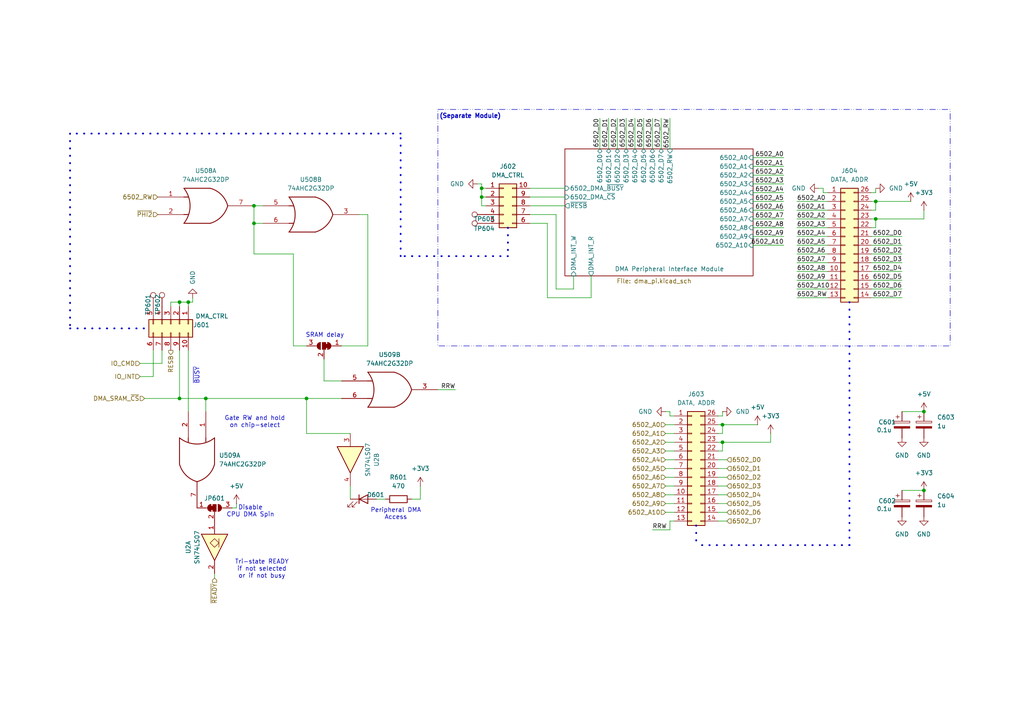
<source format=kicad_sch>
(kicad_sch (version 20250114) (generator "eeschema") (generator_version "9.0")
  (paper "A4")
  (title_block (title "65c02 Homebrew") (rev "Prelim") (company "Joseph R. Freeston") (comment 2 "https://github.com/snorklerjoe/useful6502") (comment 4 "A 65c02-based computer with peripheral i/o offloaded to a PIC16 microcontroller."))
  (lib_symbols
    (symbol "74xGxx:74LVC2G32"
      (property "Reference" "U" (at -7.62 7.62 0))
      (property "Value" "74LVC2G32" (at -7.62 -7.62 0))
      (symbol "74LVC2G32_1_1"
        (arc (start -7.62 5.08) (mid -5.838 0) (end -7.62 -5.08) (stroke (width 0.254)))
        (polyline (pts (xy -7.62 2.54) (xy -6.35 2.54)) (stroke (width 0.254)) (fill (type background)))
        (polyline (pts (xy -7.62 -2.54) (xy -6.35 -2.54)) (stroke (width 0.254)) (fill (type background)))
        (arc (start 5.08 0) (mid 3.202 -3.202) (end 0 -5.08) (stroke (width 0.254)))
        (arc (start 0 5.08) (mid 3.2271 3.2271) (end 5.08 0) (stroke (width 0.254)))
        (polyline (pts (xy 0 5.08) (xy -7.62 5.08)) (stroke (width 0.254)) (fill (type background)))
        (polyline (pts (xy 0 -5.08) (xy -7.62 -5.08)) (stroke (width 0.254)) (fill (type background)))
        (pin input line (at -15.24 2.54 0) (length 7.62) (name "~") (number "1"))
        (pin input line (at -15.24 -2.54 0) (length 7.62) (name "~") (number "2"))
        (pin output line (at 12.7 0 180) (length 7.62) (name "~") (number "7"))
      )
      (symbol "74LVC2G32_2_1"
        (arc (start -7.62 5.08) (mid -5.838 0) (end -7.62 -5.08) (stroke (width 0.254)))
        (polyline (pts (xy -7.62 2.54) (xy -6.35 2.54)) (stroke (width 0.254)) (fill (type background)))
        (polyline (pts (xy -7.62 -2.54) (xy -6.35 -2.54)) (stroke (width 0.254)) (fill (type background)))
        (arc (start 5.08 0) (mid 3.202 -3.202) (end 0 -5.08) (stroke (width 0.254)))
        (arc (start 0 5.08) (mid 3.2271 3.2271) (end 5.08 0) (stroke (width 0.254)))
        (polyline (pts (xy 0 5.08) (xy -7.62 5.08)) (stroke (width 0.254)) (fill (type background)))
        (polyline (pts (xy 0 -5.08) (xy -7.62 -5.08)) (stroke (width 0.254)) (fill (type background)))
        (pin input line (at -15.24 2.54 0) (length 7.62) (name "~") (number "5"))
        (pin input line (at -15.24 -2.54 0) (length 7.62) (name "~") (number "6"))
        (pin output line (at 12.7 0 180) (length 7.62) (name "~") (number "3"))
      )
      (symbol "74LVC2G32_3_0"
        (rectangle (start -5.08 -5.08) (end 5.08 5.08) (stroke (width 0.254)) (fill (type background)))
      )
      (symbol "74LVC2G32_3_1"
        (pin power_in line (at 0 10.16 270) (length 5.08) (name "VCC") (number "8"))
        (pin power_in line (at 0 -10.16 90) (length 5.08) (name "GND") (number "4"))
      )
    )
    (symbol "74xx:SN74LS07" (pin_names (offset 1.016))
      (property "Reference" "U104" (at 0 7.62 0))
      (property "Value" "SN74LS07" (at 0 5.08 0))
      (symbol "SN74LS07_1_0"
        (polyline (pts (xy -3.81 3.81) (xy -3.81 -3.81) (xy 3.81 0) (xy -3.81 3.81)) (stroke (width 0.254)) (fill (type background)))
        (pin input line (at -7.62 0 0) (length 3.81) (name "~") (number "1"))
        (pin open_collector line (at 7.62 0 180) (length 3.81) (name "~") (number "2"))
      )
      (symbol "SN74LS07_1_1"
        (polyline (pts (xy -2.54 -1.27) (xy 0 -1.27)))
        (polyline (pts (xy -1.27 1.27) (xy 0 0) (xy -1.27 -1.27) (xy -2.54 0) (xy -1.27 1.27)))
      )
      (symbol "SN74LS07_2_0"
        (polyline (pts (xy -3.81 3.81) (xy -3.81 -3.81) (xy 3.81 0) (xy -3.81 3.81)) (stroke (width 0.254)) (fill (type background)))
        (pin input line (at -7.62 0 0) (length 3.81) (name "~") (number "3"))
        (pin open_collector line (at 7.62 0 180) (length 3.81) (name "~") (number "4"))
      )
      (symbol "SN74LS07_3_0"
        (polyline (pts (xy -3.81 3.81) (xy -3.81 -3.81) (xy 3.81 0) (xy -3.81 3.81)) (stroke (width 0.254)) (fill (type background)))
        (pin input line (at -7.62 0 0) (length 3.81) (name "~") (number "5"))
        (pin open_collector line (at 7.62 0 180) (length 3.81) (name "~") (number "6"))
      )
      (symbol "SN74LS07_3_1"
        (polyline (pts (xy -2.54 -1.27) (xy 0 -1.27)))
        (polyline (pts (xy -1.27 1.27) (xy 0 0) (xy -1.27 -1.27) (xy -2.54 0) (xy -1.27 1.27)))
      )
      (symbol "SN74LS07_4_0"
        (polyline (pts (xy -3.81 3.81) (xy -3.81 -3.81) (xy 3.81 0) (xy -3.81 3.81)) (stroke (width 0.254)) (fill (type background)))
        (pin input line (at -7.62 0 0) (length 3.81) (name "~") (number "9"))
        (pin open_collector line (at 7.62 0 180) (length 3.81) (name "~") (number "8"))
      )
      (symbol "SN74LS07_4_1"
        (polyline (pts (xy -2.54 -1.27) (xy 0 -1.27)))
        (polyline (pts (xy -1.27 1.27) (xy 0 0) (xy -1.27 -1.27) (xy -2.54 0) (xy -1.27 1.27)))
      )
      (symbol "SN74LS07_5_0"
        (polyline (pts (xy -3.81 3.81) (xy -3.81 -3.81) (xy 3.81 0) (xy -3.81 3.81)) (stroke (width 0.254)) (fill (type background)))
        (pin input line (at -7.62 0 0) (length 3.81) (name "~") (number "11"))
        (pin open_collector line (at 7.62 0 180) (length 3.81) (name "~") (number "10"))
      )
      (symbol "SN74LS07_5_1"
        (polyline (pts (xy -2.54 -1.27) (xy 0 -1.27)))
        (polyline (pts (xy -1.27 1.27) (xy 0 0) (xy -1.27 -1.27) (xy -2.54 0) (xy -1.27 1.27)))
      )
      (symbol "SN74LS07_6_0"
        (polyline (pts (xy -3.81 3.81) (xy -3.81 -3.81) (xy 3.81 0) (xy -3.81 3.81)) (stroke (width 0.254)) (fill (type background)))
        (pin input line (at -7.62 0 0) (length 3.81) (name "~") (number "13"))
        (pin open_collector line (at 7.62 0 180) (length 3.81) (name "~") (number "12"))
      )
      (symbol "SN74LS07_6_1"
        (polyline (pts (xy -2.54 -1.27) (xy 0 -1.27)))
        (polyline (pts (xy -1.27 1.27) (xy 0 0) (xy -1.27 -1.27) (xy -2.54 0) (xy -1.27 1.27)))
      )
      (symbol "SN74LS07_7_0"
        (pin power_in line (at 0 12.7 270) (length 5.08) (name "VCC") (number "14"))
        (pin power_in line (at 0 -12.7 90) (length 5.08) (name "GND") (number "7"))
      )
      (symbol "SN74LS07_7_1"
        (rectangle (start -5.08 7.62) (end 5.08 -7.62) (stroke (width 0.254)) (fill (type background)))
      )
    )
    (symbol "Connector:TestPoint" (pin_numbers (hide yes)) (pin_names (offset 0.762) (hide yes))
      (property "Reference" "TP" (at 0 6.858 0))
      (property "Value" "TestPoint" (at 0 5.08 0))
      (symbol "TestPoint_0_1"
        (circle (center 0 3.302) (radius 0.762))
      )
      (symbol "TestPoint_1_1"
        (pin passive line (at 0 0 90) (length 2.54) (name "1") (number "1"))
      )
    )
    (symbol "Connector_Generic:Conn_02x05_Counter_Clockwise" (pin_names (offset 1.016) (hide yes))
      (property "Reference" "J" (at 1.27 7.62 0))
      (property "Value" "Conn_02x05_Counter_Clockwise" (at 1.27 -7.62 0))
      (symbol "Conn_02x05_Counter_Clockwise_1_1"
        (rectangle (start -1.27 6.35) (end 3.81 -6.35) (stroke (width 0.254)) (fill (type background)))
        (rectangle (start -1.27 5.207) (end 0 4.953) (stroke (width 0.1524)))
        (rectangle (start -1.27 2.667) (end 0 2.413) (stroke (width 0.1524)))
        (rectangle (start -1.27 0.127) (end 0 -0.127) (stroke (width 0.1524)))
        (rectangle (start -1.27 -2.413) (end 0 -2.667) (stroke (width 0.1524)))
        (rectangle (start -1.27 -4.953) (end 0 -5.207) (stroke (width 0.1524)))
        (rectangle (start 3.81 5.207) (end 2.54 4.953) (stroke (width 0.1524)))
        (rectangle (start 3.81 2.667) (end 2.54 2.413) (stroke (width 0.1524)))
        (rectangle (start 3.81 0.127) (end 2.54 -0.127) (stroke (width 0.1524)))
        (rectangle (start 3.81 -2.413) (end 2.54 -2.667) (stroke (width 0.1524)))
        (rectangle (start 3.81 -4.953) (end 2.54 -5.207) (stroke (width 0.1524)))
        (pin passive line (at -5.08 5.08 0) (length 3.81) (name "Pin_1") (number "1"))
        (pin passive line (at -5.08 2.54 0) (length 3.81) (name "Pin_2") (number "2"))
        (pin passive line (at -5.08 0 0) (length 3.81) (name "Pin_3") (number "3"))
        (pin passive line (at -5.08 -2.54 0) (length 3.81) (name "Pin_4") (number "4"))
        (pin passive line (at -5.08 -5.08 0) (length 3.81) (name "Pin_5") (number "5"))
        (pin passive line (at 7.62 5.08 180) (length 3.81) (name "Pin_10") (number "10"))
        (pin passive line (at 7.62 2.54 180) (length 3.81) (name "Pin_9") (number "9"))
        (pin passive line (at 7.62 0 180) (length 3.81) (name "Pin_8") (number "8"))
        (pin passive line (at 7.62 -2.54 180) (length 3.81) (name "Pin_7") (number "7"))
        (pin passive line (at 7.62 -5.08 180) (length 3.81) (name "Pin_6") (number "6"))
      )
    )
    (symbol "Connector_Generic:Conn_02x13_Counter_Clockwise" (pin_names (offset 1.016) (hide yes))
      (property "Reference" "J" (at 1.27 17.78 0))
      (property "Value" "Conn_02x13_Counter_Clockwise" (at 1.27 -17.78 0))
      (symbol "Conn_02x13_Counter_Clockwise_1_1"
        (rectangle (start -1.27 16.51) (end 3.81 -16.51) (stroke (width 0.254)) (fill (type background)))
        (rectangle (start -1.27 15.367) (end 0 15.113) (stroke (width 0.1524)))
        (rectangle (start -1.27 12.827) (end 0 12.573) (stroke (width 0.1524)))
        (rectangle (start -1.27 10.287) (end 0 10.033) (stroke (width 0.1524)))
        (rectangle (start -1.27 7.747) (end 0 7.493) (stroke (width 0.1524)))
        (rectangle (start -1.27 5.207) (end 0 4.953) (stroke (width 0.1524)))
        (rectangle (start -1.27 2.667) (end 0 2.413) (stroke (width 0.1524)))
        (rectangle (start -1.27 0.127) (end 0 -0.127) (stroke (width 0.1524)))
        (rectangle (start -1.27 -2.413) (end 0 -2.667) (stroke (width 0.1524)))
        (rectangle (start -1.27 -4.953) (end 0 -5.207) (stroke (width 0.1524)))
        (rectangle (start -1.27 -7.493) (end 0 -7.747) (stroke (width 0.1524)))
        (rectangle (start -1.27 -10.033) (end 0 -10.287) (stroke (width 0.1524)))
        (rectangle (start -1.27 -12.573) (end 0 -12.827) (stroke (width 0.1524)))
        (rectangle (start -1.27 -15.113) (end 0 -15.367) (stroke (width 0.1524)))
        (rectangle (start 3.81 15.367) (end 2.54 15.113) (stroke (width 0.1524)))
        (rectangle (start 3.81 12.827) (end 2.54 12.573) (stroke (width 0.1524)))
        (rectangle (start 3.81 10.287) (end 2.54 10.033) (stroke (width 0.1524)))
        (rectangle (start 3.81 7.747) (end 2.54 7.493) (stroke (width 0.1524)))
        (rectangle (start 3.81 5.207) (end 2.54 4.953) (stroke (width 0.1524)))
        (rectangle (start 3.81 2.667) (end 2.54 2.413) (stroke (width 0.1524)))
        (rectangle (start 3.81 0.127) (end 2.54 -0.127) (stroke (width 0.1524)))
        (rectangle (start 3.81 -2.413) (end 2.54 -2.667) (stroke (width 0.1524)))
        (rectangle (start 3.81 -4.953) (end 2.54 -5.207) (stroke (width 0.1524)))
        (rectangle (start 3.81 -7.493) (end 2.54 -7.747) (stroke (width 0.1524)))
        (rectangle (start 3.81 -10.033) (end 2.54 -10.287) (stroke (width 0.1524)))
        (rectangle (start 3.81 -12.573) (end 2.54 -12.827) (stroke (width 0.1524)))
        (rectangle (start 3.81 -15.113) (end 2.54 -15.367) (stroke (width 0.1524)))
        (pin passive line (at -5.08 15.24 0) (length 3.81) (name "Pin_1") (number "1"))
        (pin passive line (at -5.08 12.7 0) (length 3.81) (name "Pin_2") (number "2"))
        (pin passive line (at -5.08 10.16 0) (length 3.81) (name "Pin_3") (number "3"))
        (pin passive line (at -5.08 7.62 0) (length 3.81) (name "Pin_4") (number "4"))
        (pin passive line (at -5.08 5.08 0) (length 3.81) (name "Pin_5") (number "5"))
        (pin passive line (at -5.08 2.54 0) (length 3.81) (name "Pin_6") (number "6"))
        (pin passive line (at -5.08 0 0) (length 3.81) (name "Pin_7") (number "7"))
        (pin passive line (at -5.08 -2.54 0) (length 3.81) (name "Pin_8") (number "8"))
        (pin passive line (at -5.08 -5.08 0) (length 3.81) (name "Pin_9") (number "9"))
        (pin passive line (at -5.08 -7.62 0) (length 3.81) (name "Pin_10") (number "10"))
        (pin passive line (at -5.08 -10.16 0) (length 3.81) (name "Pin_11") (number "11"))
        (pin passive line (at -5.08 -12.7 0) (length 3.81) (name "Pin_12") (number "12"))
        (pin passive line (at -5.08 -15.24 0) (length 3.81) (name "Pin_13") (number "13"))
        (pin passive line (at 7.62 15.24 180) (length 3.81) (name "Pin_26") (number "26"))
        (pin passive line (at 7.62 12.7 180) (length 3.81) (name "Pin_25") (number "25"))
        (pin passive line (at 7.62 10.16 180) (length 3.81) (name "Pin_24") (number "24"))
        (pin passive line (at 7.62 7.62 180) (length 3.81) (name "Pin_23") (number "23"))
        (pin passive line (at 7.62 5.08 180) (length 3.81) (name "Pin_22") (number "22"))
        (pin passive line (at 7.62 2.54 180) (length 3.81) (name "Pin_21") (number "21"))
        (pin passive line (at 7.62 0 180) (length 3.81) (name "Pin_20") (number "20"))
        (pin passive line (at 7.62 -2.54 180) (length 3.81) (name "Pin_19") (number "19"))
        (pin passive line (at 7.62 -5.08 180) (length 3.81) (name "Pin_18") (number "18"))
        (pin passive line (at 7.62 -7.62 180) (length 3.81) (name "Pin_17") (number "17"))
        (pin passive line (at 7.62 -10.16 180) (length 3.81) (name "Pin_16") (number "16"))
        (pin passive line (at 7.62 -12.7 180) (length 3.81) (name "Pin_15") (number "15"))
        (pin passive line (at 7.62 -15.24 180) (length 3.81) (name "Pin_14") (number "14"))
      )
    )
    (symbol "Device:C_Polarized" (pin_numbers (hide yes)) (pin_names (offset 0.254))
      (property "Reference" "C" (at 0.635 2.54 0))
      (property "Value" "C_Polarized" (at 0.635 -2.54 0))
      (symbol "C_Polarized_0_1"
        (rectangle (start -2.286 0.508) (end 2.286 1.016))
        (polyline (pts (xy -1.778 2.286) (xy -0.762 2.286)))
        (polyline (pts (xy -1.27 2.794) (xy -1.27 1.778)))
        (rectangle (start 2.286 -0.508) (end -2.286 -1.016) (fill (type outline)))
      )
      (symbol "C_Polarized_1_1"
        (pin passive line (at 0 3.81 270) (length 2.794) (name "~") (number "1"))
        (pin passive line (at 0 -3.81 90) (length 2.794) (name "~") (number "2"))
      )
    )
    (symbol "Device:LED" (pin_numbers (hide yes)) (pin_names (offset 1.016) (hide yes))
      (property "Reference" "D" (at 0 2.54 0))
      (property "Value" "LED" (at 0 -2.54 0))
      (symbol "LED_0_1"
        (polyline (pts (xy -3.048 -0.762) (xy -4.572 -2.286) (xy -3.81 -2.286) (xy -4.572 -2.286) (xy -4.572 -1.524)))
        (polyline (pts (xy -1.778 -0.762) (xy -3.302 -2.286) (xy -2.54 -2.286) (xy -3.302 -2.286) (xy -3.302 -1.524)))
        (polyline (pts (xy -1.27 0) (xy 1.27 0)))
        (polyline (pts (xy -1.27 -1.27) (xy -1.27 1.27)) (stroke (width 0.254)))
        (polyline (pts (xy 1.27 -1.27) (xy 1.27 1.27) (xy -1.27 0) (xy 1.27 -1.27)) (stroke (width 0.254)))
      )
      (symbol "LED_1_1"
        (pin passive line (at -3.81 0 0) (length 2.54) (name "K") (number "1"))
        (pin passive line (at 3.81 0 180) (length 2.54) (name "A") (number "2"))
      )
    )
    (symbol "Device:R" (pin_numbers (hide yes)) (pin_names (offset 0))
      (property "Reference" "R" (at 2.032 0 90))
      (property "Value" "R" (at 0 0 90))
      (symbol "R_0_1"
        (rectangle (start -1.016 -2.54) (end 1.016 2.54) (stroke (width 0.254)))
      )
      (symbol "R_1_1"
        (pin passive line (at 0 3.81 270) (length 1.27) (name "~") (number "1"))
        (pin passive line (at 0 -3.81 90) (length 1.27) (name "~") (number "2"))
      )
    )
    (symbol "Jumper:SolderJumper_3_Bridged12" (pin_names (offset 0) (hide yes)) (in_bom no)
      (property "Reference" "JP" (at -2.54 -2.54 0))
      (property "Value" "SolderJumper_3_Bridged12" (at 0 2.794 0))
      (symbol "SolderJumper_3_Bridged12_0_1"
        (polyline (pts (xy -2.54 0) (xy -2.032 0)))
        (polyline (pts (xy -1.016 1.016) (xy -1.016 -1.016)))
        (rectangle (start -1.016 0.508) (end -0.508 -0.508) (fill (type outline)))
        (arc (start -1.016 -1.016) (mid -2.0276 0) (end -1.016 1.016))
        (arc (start -1.016 -1.016) (mid -2.0276 0) (end -1.016 1.016) (fill (type outline)))
        (rectangle (start -0.508 1.016) (end 0.508 -1.016) (fill (type outline)))
        (polyline (pts (xy 0 -1.27) (xy 0 -1.016)))
        (arc (start 1.016 1.016) (mid 2.0276 0) (end 1.016 -1.016))
        (arc (start 1.016 1.016) (mid 2.0276 0) (end 1.016 -1.016) (fill (type outline)))
        (polyline (pts (xy 1.016 1.016) (xy 1.016 -1.016)))
        (polyline (pts (xy 2.54 0) (xy 2.032 0)))
      )
      (symbol "SolderJumper_3_Bridged12_1_1"
        (pin passive line (at -5.08 0 0) (length 2.54) (name "A") (number "1"))
        (pin passive line (at 0 -3.81 90) (length 2.54) (name "C") (number "2"))
        (pin passive line (at 5.08 0 180) (length 2.54) (name "B") (number "3"))
      )
    )
    (symbol "SN74LS07_1" (pin_names (offset 1.016))
      (property "Reference" "U104" (at 0 7.62 0))
      (property "Value" "SN74LS07" (at 0 5.08 0))
      (symbol "SN74LS07_1_1_0"
        (polyline (pts (xy -3.81 3.81) (xy -3.81 -3.81) (xy 3.81 0) (xy -3.81 3.81)) (stroke (width 0.254)) (fill (type background)))
        (pin input line (at -7.62 0 0) (length 3.81) (name "~") (number "1"))
        (pin open_collector line (at 7.62 0 180) (length 3.81) (name "~") (number "2"))
      )
      (symbol "SN74LS07_1_1_1"
        (polyline (pts (xy -2.54 -1.27) (xy 0 -1.27)))
        (polyline (pts (xy -1.27 1.27) (xy 0 0) (xy -1.27 -1.27) (xy -2.54 0) (xy -1.27 1.27)))
      )
      (symbol "SN74LS07_1_2_0"
        (polyline (pts (xy -3.81 3.81) (xy -3.81 -3.81) (xy 3.81 0) (xy -3.81 3.81)) (stroke (width 0.254)) (fill (type background)))
        (pin input line (at -7.62 0 0) (length 3.81) (name "~") (number "3"))
        (pin open_collector line (at 7.62 0 180) (length 3.81) (name "~") (number "4"))
      )
      (symbol "SN74LS07_1_3_0"
        (polyline (pts (xy -3.81 3.81) (xy -3.81 -3.81) (xy 3.81 0) (xy -3.81 3.81)) (stroke (width 0.254)) (fill (type background)))
        (pin input line (at -7.62 0 0) (length 3.81) (name "~") (number "5"))
        (pin open_collector line (at 7.62 0 180) (length 3.81) (name "~") (number "6"))
      )
      (symbol "SN74LS07_1_3_1"
        (polyline (pts (xy -2.54 -1.27) (xy 0 -1.27)))
        (polyline (pts (xy -1.27 1.27) (xy 0 0) (xy -1.27 -1.27) (xy -2.54 0) (xy -1.27 1.27)))
      )
      (symbol "SN74LS07_1_4_0"
        (polyline (pts (xy -3.81 3.81) (xy -3.81 -3.81) (xy 3.81 0) (xy -3.81 3.81)) (stroke (width 0.254)) (fill (type background)))
        (pin input line (at -7.62 0 0) (length 3.81) (name "~") (number "9"))
        (pin open_collector line (at 7.62 0 180) (length 3.81) (name "~") (number "8"))
      )
      (symbol "SN74LS07_1_4_1"
        (polyline (pts (xy -2.54 -1.27) (xy 0 -1.27)))
        (polyline (pts (xy -1.27 1.27) (xy 0 0) (xy -1.27 -1.27) (xy -2.54 0) (xy -1.27 1.27)))
      )
      (symbol "SN74LS07_1_5_0"
        (polyline (pts (xy -3.81 3.81) (xy -3.81 -3.81) (xy 3.81 0) (xy -3.81 3.81)) (stroke (width 0.254)) (fill (type background)))
        (pin input line (at -7.62 0 0) (length 3.81) (name "~") (number "11"))
        (pin open_collector line (at 7.62 0 180) (length 3.81) (name "~") (number "10"))
      )
      (symbol "SN74LS07_1_5_1"
        (polyline (pts (xy -2.54 -1.27) (xy 0 -1.27)))
        (polyline (pts (xy -1.27 1.27) (xy 0 0) (xy -1.27 -1.27) (xy -2.54 0) (xy -1.27 1.27)))
      )
      (symbol "SN74LS07_1_6_0"
        (polyline (pts (xy -3.81 3.81) (xy -3.81 -3.81) (xy 3.81 0) (xy -3.81 3.81)) (stroke (width 0.254)) (fill (type background)))
        (pin input line (at -7.62 0 0) (length 3.81) (name "~") (number "13"))
        (pin open_collector line (at 7.62 0 180) (length 3.81) (name "~") (number "12"))
      )
      (symbol "SN74LS07_1_6_1"
        (polyline (pts (xy -2.54 -1.27) (xy 0 -1.27)))
        (polyline (pts (xy -1.27 1.27) (xy 0 0) (xy -1.27 -1.27) (xy -2.54 0) (xy -1.27 1.27)))
      )
      (symbol "SN74LS07_1_7_0"
        (pin power_in line (at 0 12.7 270) (length 5.08) (name "VCC") (number "14"))
        (pin power_in line (at 0 -12.7 90) (length 5.08) (name "GND") (number "7"))
      )
      (symbol "SN74LS07_1_7_1"
        (rectangle (start -5.08 7.62) (end 5.08 -7.62) (stroke (width 0.254)) (fill (type background)))
      )
    )
    (symbol "power:+3V3" (power) (pin_numbers (hide yes)) (pin_names (offset 0) (hide yes))
      (property "Value" "+3V3" (at 0 3.556 0))
      (symbol "+3V3_0_1"
        (polyline (pts (xy -0.762 1.27) (xy 0 2.54)))
        (polyline (pts (xy 0 2.54) (xy 0.762 1.27)))
        (polyline (pts (xy 0 0) (xy 0 2.54)))
      )
      (symbol "+3V3_1_1"
        (pin power_in line (at 0 0 90) (length 0) (name "~") (number "1"))
      )
    )
    (symbol "power:+5V" (power) (pin_numbers (hide yes)) (pin_names (offset 0) (hide yes))
      (property "Value" "+5V" (at 0 3.556 0))
      (symbol "+5V_0_1"
        (polyline (pts (xy -0.762 1.27) (xy 0 2.54)))
        (polyline (pts (xy 0 2.54) (xy 0.762 1.27)))
        (polyline (pts (xy 0 0) (xy 0 2.54)))
      )
      (symbol "+5V_1_1"
        (pin power_in line (at 0 0 90) (length 0) (name "~") (number "1"))
      )
    )
    (symbol "power:GND" (power) (pin_numbers (hide yes)) (pin_names (offset 0) (hide yes))
      (property "Value" "GND" (at 0 -3.81 0))
      (symbol "GND_0_1"
        (polyline (pts (xy 0 0) (xy 0 -1.27) (xy 1.27 -1.27) (xy 0 -2.54) (xy -1.27 -1.27) (xy 0 -1.27)))
      )
      (symbol "GND_1_1"
        (pin power_in line (at 0 0 270) (length 0) (name "~") (number "1"))
      )
    )
  )
  (rectangle (start 127 31.75) (end 275.59 100.33) (stroke (width 0) (type dash_dot_dot)))
  (text "SRAM delay" (at 94.234 97.282 0) (effects (font (size 1.27 1.27))))
  (text "Gate RW and hold\non chip-select" (at 73.914 122.428 0) (effects (font (size 1.27 1.27))))
  (text "Tri-state READY\nif not selected\nor if not busy" (at 75.946 165.1 0) (effects (font (size 1.27 1.27))))
  (text "(Separate Module)" (at 136.398 33.782 0) (effects (font (size 1.27 1.27) (thickness 0.254) (bold yes))))
  (text "~{BUSY}" (at 57.15 108.966 90) (effects (font (size 1.27 1.27))))
  (text "Disable\nCPU DMA Spin" (at 72.644 148.336 0) (effects (font (size 1.27 1.27))))
  (text "Peripheral DMA\nAccess" (at 114.808 149.098 0) (effects (font (size 1.27 1.27))))
  (junction (at 209.55 123.19))
  (junction (at 73.66 64.77))
  (junction (at 88.9 115.57))
  (junction (at 54.61 87.63))
  (junction (at 254 58.42))
  (junction (at 52.07 87.63))
  (junction (at 73.66 59.69))
  (junction (at 139.7 54.61))
  (junction (at 59.69 115.57))
  (junction (at 52.07 115.57))
  (junction (at 254 63.5))
  (junction (at 267.97 119.38))
  (junction (at 267.97 142.24))
  (junction (at 209.55 128.27))
  (junction (at 139.7 57.15))
  (wire (pts (xy 153.67 54.61) (xy 163.83 54.61)))
  (wire (pts (xy 52.07 87.63) (xy 49.53 87.63)))
  (wire (pts (xy 52.07 115.57) (xy 59.69 115.57)))
  (wire (pts (xy 88.9 115.57) (xy 99.06 115.57)))
  (wire (pts (xy 73.66 73.66) (xy 73.66 64.77)))
  (wire (pts (xy 193.04 119.38) (xy 194.31 119.38)))
  (wire (pts (xy 254 58.42) (xy 254 60.96)))
  (wire (pts (xy 252.73 55.88) (xy 254 55.88)))
  (wire (pts (xy 252.73 63.5) (xy 254 63.5)))
  (wire (pts (xy 121.92 144.78) (xy 119.38 144.78)))
  (wire (pts (xy 252.73 60.96) (xy 254 60.96)))
  (wire (pts (xy 194.31 43.18) (xy 194.31 34.29)))
  (wire (pts (xy 218.44 45.72) (xy 227.33 45.72)))
  (wire (pts (xy 218.44 48.26) (xy 227.33 48.26)))
  (wire (pts (xy 194.31 153.67) (xy 194.31 151.13)))
  (wire (pts (xy 193.04 135.89) (xy 195.58 135.89)))
  (wire (pts (xy 68.58 147.32) (xy 67.31 147.32)))
  (wire (pts (xy 161.29 62.23) (xy 161.29 83.82)))
  (wire (pts (xy 153.67 62.23) (xy 161.29 62.23)))
  (wire (pts (xy 193.04 146.05) (xy 195.58 146.05)))
  (wire (pts (xy 189.23 43.18) (xy 189.23 34.29)))
  (wire (pts (xy 218.44 60.96) (xy 227.33 60.96)))
  (wire (pts (xy 59.69 115.57) (xy 88.9 115.57)))
  (wire (pts (xy 240.03 76.2) (xy 231.14 76.2)))
  (wire (pts (xy 261.62 76.2) (xy 252.73 76.2)))
  (wire (pts (xy 252.73 71.12) (xy 261.62 71.12)))
  (wire (pts (xy 208.28 128.27) (xy 209.55 128.27)))
  (wire (pts (xy 218.44 50.8) (xy 227.33 50.8)))
  (wire (pts (xy 173.99 43.18) (xy 173.99 34.29)))
  (wire (pts (xy 252.73 66.04) (xy 254 66.04)))
  (wire (pts (xy 237.49 54.61) (xy 238.76 54.61)))
  (wire (pts (xy 158.75 86.36) (xy 171.45 86.36)))
  (wire (pts (xy 193.04 143.51) (xy 195.58 143.51)))
  (wire (pts (xy 127 113.03) (xy 132.08 113.03)))
  (wire (pts (xy 153.67 59.69) (xy 163.83 59.69)))
  (wire (pts (xy 191.77 43.18) (xy 191.77 34.29)))
  (polyline (pts (xy 246.38 158.115) (xy 201.93 158.115)) (stroke (width 0.508) (type dot)))
  (wire (pts (xy 252.73 81.28) (xy 261.62 81.28)))
  (wire (pts (xy 218.44 68.58) (xy 227.33 68.58)))
  (wire (pts (xy 73.66 59.69) (xy 73.66 64.77)))
  (wire (pts (xy 171.45 80.01) (xy 171.45 86.36)))
  (wire (pts (xy 209.55 130.81) (xy 209.55 128.27)))
  (wire (pts (xy 240.03 58.42) (xy 231.14 58.42)))
  (wire (pts (xy 55.88 87.63) (xy 54.61 87.63)))
  (wire (pts (xy 52.07 88.9) (xy 52.07 87.63)))
  (wire (pts (xy 189.23 153.67) (xy 194.31 153.67)))
  (wire (pts (xy 240.03 68.58) (xy 231.14 68.58)))
  (wire (pts (xy 140.97 57.15) (xy 139.7 57.15)))
  (wire (pts (xy 140.97 59.69) (xy 139.7 59.69)))
  (polyline (pts (xy 20.32 38.735) (xy 20.32 95.25)) (stroke (width 0.508) (type dot)))
  (wire (pts (xy 240.03 86.36) (xy 231.14 86.36)))
  (wire (pts (xy 254 58.42) (xy 264.16 58.42)))
  (polyline (pts (xy 116.205 38.735) (xy 20.32 38.735)) (stroke (width 0.508) (type dot)))
  (wire (pts (xy 261.62 119.38) (xy 267.97 119.38)))
  (wire (pts (xy 218.44 71.12) (xy 227.33 71.12)))
  (wire (pts (xy 193.04 138.43) (xy 195.58 138.43)))
  (polyline (pts (xy 116.205 74.295) (xy 116.205 38.735)) (stroke (width 0.508) (type dot)))
  (wire (pts (xy 49.53 88.9) (xy 49.53 87.63)))
  (wire (pts (xy 153.67 57.15) (xy 163.83 57.15)))
  (wire (pts (xy 254 66.04) (xy 254 63.5)))
  (wire (pts (xy 193.04 133.35) (xy 195.58 133.35)))
  (wire (pts (xy 240.03 83.82) (xy 231.14 83.82)))
  (wire (pts (xy 139.7 53.34) (xy 139.7 54.61)))
  (wire (pts (xy 252.73 68.58) (xy 261.62 68.58)))
  (wire (pts (xy 240.03 78.74) (xy 231.14 78.74)))
  (wire (pts (xy 208.28 120.65) (xy 209.55 120.65)))
  (wire (pts (xy 240.03 81.28) (xy 231.14 81.28)))
  (wire (pts (xy 208.28 143.51) (xy 210.82 143.51)))
  (wire (pts (xy 138.43 53.34) (xy 139.7 53.34)))
  (wire (pts (xy 68.58 146.05) (xy 68.58 147.32)))
  (wire (pts (xy 194.31 120.65) (xy 195.58 120.65)))
  (wire (pts (xy 158.75 64.77) (xy 153.67 64.77)))
  (wire (pts (xy 158.75 86.36) (xy 158.75 64.77)))
  (wire (pts (xy 104.14 62.23) (xy 106.68 62.23)))
  (wire (pts (xy 254 54.61) (xy 254 55.88)))
  (wire (pts (xy 46.99 101.6) (xy 46.99 105.41)))
  (wire (pts (xy 261.62 142.24) (xy 267.97 142.24)))
  (wire (pts (xy 194.31 151.13) (xy 195.58 151.13)))
  (wire (pts (xy 40.64 105.41) (xy 46.99 105.41)))
  (wire (pts (xy 52.07 101.6) (xy 52.07 115.57)))
  (wire (pts (xy 218.44 66.04) (xy 227.33 66.04)))
  (wire (pts (xy 85.09 73.66) (xy 73.66 73.66)))
  (wire (pts (xy 99.06 100.33) (xy 106.68 100.33)))
  (wire (pts (xy 240.03 71.12) (xy 231.14 71.12)))
  (wire (pts (xy 218.44 63.5) (xy 227.33 63.5)))
  (wire (pts (xy 238.76 55.88) (xy 240.03 55.88)))
  (wire (pts (xy 111.76 144.78) (xy 109.22 144.78)))
  (polyline (pts (xy 246.38 87.63) (xy 246.38 158.115)) (stroke (width 0.508) (type dot)))
  (wire (pts (xy 93.98 110.49) (xy 99.06 110.49)))
  (wire (pts (xy 101.6 144.78) (xy 101.6 140.97)))
  (wire (pts (xy 267.97 63.5) (xy 267.97 60.96)))
  (wire (pts (xy 54.61 87.63) (xy 54.61 88.9)))
  (wire (pts (xy 193.04 140.97) (xy 195.58 140.97)))
  (wire (pts (xy 193.04 148.59) (xy 195.58 148.59)))
  (wire (pts (xy 121.92 140.97) (xy 121.92 144.78)))
  (wire (pts (xy 139.7 54.61) (xy 139.7 57.15)))
  (wire (pts (xy 208.28 133.35) (xy 210.82 133.35)))
  (wire (pts (xy 176.53 43.18) (xy 176.53 34.29)))
  (wire (pts (xy 208.28 135.89) (xy 210.82 135.89)))
  (wire (pts (xy 210.82 140.97) (xy 208.28 140.97)))
  (wire (pts (xy 208.28 123.19) (xy 209.55 123.19)))
  (polyline (pts (xy 201.93 152.4) (xy 201.93 158.115)) (stroke (width 0.508) (type dot)))
  (wire (pts (xy 88.9 125.73) (xy 88.9 115.57)))
  (wire (pts (xy 254 63.5) (xy 267.97 63.5)))
  (wire (pts (xy 240.03 63.5) (xy 231.14 63.5)))
  (wire (pts (xy 209.55 123.19) (xy 219.71 123.19)))
  (wire (pts (xy 193.04 125.73) (xy 195.58 125.73)))
  (wire (pts (xy 139.7 57.15) (xy 139.7 59.69)))
  (wire (pts (xy 85.09 100.33) (xy 85.09 73.66)))
  (wire (pts (xy 186.69 43.18) (xy 186.69 34.29)))
  (polyline (pts (xy 147.32 74.295) (xy 116.205 74.295)) (stroke (width 0.508) (type dot)))
  (wire (pts (xy 252.73 58.42) (xy 254 58.42)))
  (wire (pts (xy 62.23 166.37) (xy 62.23 167.64)))
  (wire (pts (xy 238.76 54.61) (xy 238.76 55.88)))
  (wire (pts (xy 101.6 125.73) (xy 88.9 125.73)))
  (wire (pts (xy 41.91 115.57) (xy 52.07 115.57)))
  (wire (pts (xy 85.09 100.33) (xy 88.9 100.33)))
  (wire (pts (xy 218.44 55.88) (xy 227.33 55.88)))
  (wire (pts (xy 55.88 86.36) (xy 55.88 87.63)))
  (wire (pts (xy 240.03 73.66) (xy 231.14 73.66)))
  (polyline (pts (xy 147.32 66.04) (xy 147.32 74.295)) (stroke (width 0.508) (type dot)))
  (wire (pts (xy 44.45 101.6) (xy 44.45 109.22)))
  (wire (pts (xy 193.04 128.27) (xy 195.58 128.27)))
  (wire (pts (xy 54.61 101.6) (xy 54.61 119.38)))
  (wire (pts (xy 240.03 60.96) (xy 231.14 60.96)))
  (wire (pts (xy 54.61 87.63) (xy 52.07 87.63)))
  (wire (pts (xy 208.28 130.81) (xy 209.55 130.81)))
  (wire (pts (xy 161.29 83.82) (xy 166.37 83.82)))
  (wire (pts (xy 252.73 86.36) (xy 261.62 86.36)))
  (wire (pts (xy 240.03 66.04) (xy 231.14 66.04)))
  (wire (pts (xy 76.2 64.77) (xy 73.66 64.77)))
  (wire (pts (xy 209.55 128.27) (xy 223.52 128.27)))
  (wire (pts (xy 193.04 123.19) (xy 195.58 123.19)))
  (wire (pts (xy 106.68 62.23) (xy 106.68 100.33)))
  (wire (pts (xy 252.73 83.82) (xy 261.62 83.82)))
  (wire (pts (xy 209.55 119.38) (xy 209.55 120.65)))
  (wire (pts (xy 208.28 125.73) (xy 209.55 125.73)))
  (wire (pts (xy 139.7 54.61) (xy 140.97 54.61)))
  (wire (pts (xy 208.28 148.59) (xy 210.82 148.59)))
  (wire (pts (xy 40.64 109.22) (xy 44.45 109.22)))
  (wire (pts (xy 223.52 128.27) (xy 223.52 125.73)))
  (wire (pts (xy 193.04 130.81) (xy 195.58 130.81)))
  (wire (pts (xy 76.2 59.69) (xy 73.66 59.69)))
  (polyline (pts (xy 20.32 95.25) (xy 43.18 95.25)) (stroke (width 0.508) (type dot)))
  (wire (pts (xy 218.44 58.42) (xy 227.33 58.42)))
  (wire (pts (xy 208.28 151.13) (xy 210.82 151.13)))
  (wire (pts (xy 208.28 146.05) (xy 210.82 146.05)))
  (wire (pts (xy 218.44 53.34) (xy 227.33 53.34)))
  (wire (pts (xy 179.07 43.18) (xy 179.07 34.29)))
  (wire (pts (xy 208.28 138.43) (xy 210.82 138.43)))
  (wire (pts (xy 209.55 123.19) (xy 209.55 125.73)))
  (wire (pts (xy 252.73 78.74) (xy 261.62 78.74)))
  (wire (pts (xy 184.15 43.18) (xy 184.15 34.29)))
  (wire (pts (xy 194.31 119.38) (xy 194.31 120.65)))
  (wire (pts (xy 166.37 80.01) (xy 166.37 83.82)))
  (wire (pts (xy 181.61 34.29) (xy 181.61 43.18)))
  (wire (pts (xy 252.73 73.66) (xy 261.62 73.66)))
  (wire (pts (xy 59.69 115.57) (xy 59.69 119.38)))
  (wire (pts (xy 93.98 104.14) (xy 93.98 110.49)))
  (label "6502_A5" (at 227.33 58.42 180))
  (label "6502_D0" (at 261.62 68.58 180))
  (label "6502_A1" (at 231.14 60.96 0))
  (label "6502_A9" (at 231.14 81.28 0))
  (label "6502_A7" (at 231.14 76.2 0))
  (label "6502_D7" (at 261.62 86.36 180))
  (label "RRW" (at 132.08 113.03 180))
  (label "6502_A6" (at 227.33 60.96 180))
  (label "6502_A5" (at 231.14 71.12 0))
  (label "6502_A7" (at 227.33 63.5 180))
  (label "6502_D5" (at 261.62 81.28 180))
  (label "6502_A3" (at 227.33 53.34 180))
  (label "6502_D4" (at 261.62 78.74 180))
  (label "6502_D3" (at 181.61 34.29 270))
  (label "6502_A0" (at 231.14 58.42 0))
  (label "6502_D5" (at 186.69 34.29 270))
  (label "6502_D6" (at 261.62 83.82 180))
  (label "6502_D1" (at 261.62 71.12 180))
  (label "6502_A3" (at 231.14 66.04 0))
  (label "6502_A10" (at 231.14 83.82 0))
  (label "6502_RW" (at 231.14 86.36 0))
  (label "6502_A4" (at 231.14 68.58 0))
  (label "6502_D3" (at 261.62 76.2 180))
  (label "6502_D2" (at 261.62 73.66 180))
  (label "6502_D7" (at 191.77 34.29 270))
  (label "6502_D1" (at 176.53 34.29 270))
  (label "6502_A8" (at 227.33 66.04 180))
  (label "6502_RW" (at 194.31 34.29 270))
  (label "RRW" (at 189.23 153.67 0))
  (label "6502_A2" (at 231.14 63.5 0))
  (label "6502_A2" (at 227.33 50.8 180))
  (label "6502_A1" (at 227.33 48.26 180))
  (label "6502_D6" (at 189.23 34.29 270))
  (label "6502_A4" (at 227.33 55.88 180))
  (label "6502_A10" (at 227.33 71.12 180))
  (label "6502_A9" (at 227.33 68.58 180))
  (label "6502_D4" (at 184.15 34.29 270))
  (label "6502_A8" (at 231.14 78.74 0))
  (label "6502_D2" (at 179.07 34.29 270))
  (label "6502_D0" (at 173.99 34.29 270))
  (label "6502_A6" (at 231.14 73.66 0))
  (label "6502_A0" (at 227.33 45.72 180))
  (hierarchical_label "~{PHI2}" (shape input) (at 45.72 62.23 180))
  (hierarchical_label "6502_D2" (shape input) (at 210.82 138.43 0) (effects (font (thickness 0.1588))))
  (hierarchical_label "IO_CMD" (shape input) (at 40.64 105.41 180))
  (hierarchical_label "6502_A10" (shape input) (at 193.04 148.59 180) (effects (font (thickness 0.1588))))
  (hierarchical_label "6502_A4" (shape input) (at 193.04 133.35 180) (effects (font (thickness 0.1588))))
  (hierarchical_label "6502_D6" (shape input) (at 210.82 148.59 0) (effects (font (thickness 0.1588))))
  (hierarchical_label "6502_D0" (shape input) (at 210.82 133.35 0) (effects (font (thickness 0.1588))))
  (hierarchical_label "6502_A0" (shape input) (at 193.04 123.19 180) (effects (font (thickness 0.1588))))
  (hierarchical_label "6502_D1" (shape input) (at 210.82 135.89 0) (effects (font (thickness 0.1588))))
  (hierarchical_label "6502_RW" (shape input) (at 45.72 57.15 180) (effects (font (thickness 0.1588))))
  (hierarchical_label "6502_D3" (shape input) (at 210.82 140.97 0) (effects (font (thickness 0.1588))))
  (hierarchical_label "6502_A5" (shape input) (at 193.04 135.89 180) (effects (font (thickness 0.1588))))
  (hierarchical_label "6502_A3" (shape input) (at 193.04 130.81 180) (effects (font (thickness 0.1588))))
  (hierarchical_label "6502_D7" (shape input) (at 210.82 151.13 0) (effects (font (thickness 0.1588))))
  (hierarchical_label "DMA_SRAM_~{CS}" (shape input) (at 41.91 115.57 180))
  (hierarchical_label "6502_A9" (shape input) (at 193.04 146.05 180) (effects (font (thickness 0.1588))))
  (hierarchical_label "6502_D4" (shape input) (at 210.82 143.51 0) (effects (font (thickness 0.1588))))
  (hierarchical_label "RESB" (shape output) (at 49.53 101.6 270))
  (hierarchical_label "6502_A8" (shape input) (at 193.04 143.51 180) (effects (font (thickness 0.1588))))
  (hierarchical_label "IO_INT" (shape input) (at 40.64 109.22 180))
  (hierarchical_label "6502_A2" (shape input) (at 193.04 128.27 180) (effects (font (thickness 0.1588))))
  (hierarchical_label "6502_D5" (shape input) (at 210.82 146.05 0) (effects (font (thickness 0.1588))))
  (hierarchical_label "6502_A7" (shape input) (at 193.04 140.97 180) (effects (font (thickness 0.1588))))
  (hierarchical_label "6502_A1" (shape input) (at 193.04 125.73 180) (effects (font (thickness 0.1588))))
  (hierarchical_label "6502_A6" (shape input) (at 193.04 138.43 180) (effects (font (thickness 0.1588))))
  (hierarchical_label "~{READY}" (shape input) (at 62.23 167.64 270))
  (symbol (lib_id "Device:C_Polarized") (at 261.62 146.05 0) (unit 1)
    (property "Reference" "C602" (at 254.762 145.288 0) (effects (justify left)))
    (property "Value" "0.1u" (at 254.254 147.574 0) (effects (justify left)))
    (property "Footprint" "Capacitor_SMD:C_0402_1005Metric" (effects (hide yes)))
    (property "Description" "Polarized capacitor" (effects (hide yes)))
  )
  (symbol (lib_id "74xGxx:74LVC2G32") (at 91.44 62.23 0) (unit 2)
    (property "Reference" "U508" (at 90.17 52.07 0))
    (property "Value" "74AHC2G32DP" (at 90.17 54.61 0))
    (property "Footprint" "Package_SO:TSSOP-8_3x3mm_P0.65mm" (effects (hide yes)))
    (property "Datasheet" "https://assets.nexperia.com/documents/data-sheet/74AHC_AHCT2G32.pdf" (effects (hide yes)))
    (property "Description" "Dual OR Gate, Low-Voltage CMOS" (effects (hide yes)))
    (property "t_pd (ns)" "6.9" (effects (hide yes)))
  )
  (symbol (lib_id "74xGxx:74LVC2G32") (at 57.15 134.62 270) (unit 1)
    (property "Reference" "U509" (at 63.5 132.0799 90) (effects (justify left)))
    (property "Value" "74AHC2G32DP" (at 63.5 134.6199 90) (effects (justify left)))
    (property "Footprint" "Package_SO:TSSOP-8_3x3mm_P0.65mm" (effects (hide yes)))
    (property "Datasheet" "https://assets.nexperia.com/documents/data-sheet/74AHC_AHCT2G32.pdf" (effects (hide yes)))
    (property "Description" "Dual OR Gate, Low-Voltage CMOS" (effects (hide yes)))
    (property "t_pd (ns)" "6.9" (effects (hide yes)))
  )
  (symbol (lib_id "Connector:TestPoint") (at 140.97 64.77 90) (unit 1)
    (property "Reference" "TP604" (at 140.462 66.294 90))
    (property "Value" "TestPoint" (effects (hide yes)))
    (property "Footprint" "TestPoint:TestPoint_Pad_D1.5mm" (effects (hide yes)))
    (property "Description" "test point" (effects (hide yes)))
  )
  (symbol (lib_id "power:GND") (at 209.55 119.38 90) (unit 1)
    (property "Reference" "#PWR0606" (effects (hide yes)))
    (property "Value" "GND" (at 213.36 119.3799 90) (effects (justify right)))
    (property "Description" "Power symbol creates a global label with name \"GND\" , ground" (effects (hide yes)))
  )
  (symbol (lib_id "power:+3V3") (at 223.52 125.73 0) (unit 1)
    (property "Reference" "#PWR0608" (effects (hide yes)))
    (property "Value" "+3V3" (at 223.52 120.65 0))
    (property "Description" "Power symbol creates a global label with name \"+3V3\"" (effects (hide yes)))
  )
  (symbol (lib_id "Jumper:SolderJumper_3_Bridged12") (at 93.98 100.33 0) (mirror y) (unit 1) (in_bom no)
    (property "Reference" "JP602" (effects (hide yes)))
    (property "Value" "SolderJumper_3_Bridged12" (effects (hide yes)))
    (property "Footprint" "Jumper:SolderJumper-3_P1.3mm_Bridged12_Pad1.0x1.5mm" (effects (hide yes)))
    (property "Description" "3-pole Solder Jumper, pins 1+2 closed/bridged" (effects (hide yes)))
  )
  (symbol (lib_id "74xGxx:74LVC2G32") (at 114.3 113.03 0) (unit 2)
    (property "Reference" "U509" (at 113.03 102.87 0))
    (property "Value" "74AHC2G32DP" (at 113.03 105.41 0))
    (property "Footprint" "Package_SO:TSSOP-8_3x3mm_P0.65mm" (effects (hide yes)))
    (property "Datasheet" "https://assets.nexperia.com/documents/data-sheet/74AHC_AHCT2G32.pdf" (effects (hide yes)))
    (property "Description" "Dual OR Gate, Low-Voltage CMOS" (effects (hide yes)))
    (property "t_pd (ns)" "6.9" (effects (hide yes)))
  )
  (symbol (lib_id "power:+3V3") (at 121.92 140.97 0) (unit 1)
    (property "Reference" "#PWR0603" (effects (hide yes)))
    (property "Value" "+3V3" (at 121.92 135.89 0))
    (property "Description" "Power symbol creates a global label with name \"+3V3\"" (effects (hide yes)))
  )
  (symbol (lib_id "power:+3V3") (at 267.97 60.96 0) (unit 1)
    (property "Reference" "#PWR0614" (effects (hide yes)))
    (property "Value" "+3V3" (at 267.97 55.88 0))
    (property "Description" "Power symbol creates a global label with name \"+3V3\"" (effects (hide yes)))
  )
  (symbol (lib_id "power:GND") (at 193.04 119.38 270) (unit 1)
    (property "Reference" "#PWR0605" (effects (hide yes)))
    (property "Value" "GND" (at 189.23 119.3799 90) (effects (justify right)))
    (property "Description" "Power symbol creates a global label with name \"GND\" , ground" (effects (hide yes)))
  )
  (symbol (lib_id "power:GND") (at 261.62 127 0) (unit 1)
    (property "Reference" "#PWR0611" (effects (hide yes)))
    (property "Value" "GND" (at 261.62 132.08 0))
    (property "Description" "Power symbol creates a global label with name \"GND\" , ground" (effects (hide yes)))
  )
  (symbol (lib_id "Connector_Generic:Conn_02x13_Counter_Clockwise") (at 200.66 135.89 0) (unit 1)
    (property "Reference" "J603" (at 201.93 114.3 0))
    (property "Value" "DATA, ADDR" (at 201.93 116.84 0))
    (property "Description" "Generic connector, double row, 02x13, counter clockwise pin numbering scheme (similar to DIP package numbering), script generated (kicad-library-utils/schlib/autogen/connector/)" (effects (hide yes)))
  )
  (symbol (lib_id "Device:C_Polarized") (at 261.62 123.19 0) (unit 1)
    (property "Reference" "C601" (at 254.762 122.428 0) (effects (justify left)))
    (property "Value" "0.1u" (at 254.254 124.714 0) (effects (justify left)))
    (property "Footprint" "Capacitor_SMD:C_0402_1005Metric" (effects (hide yes)))
    (property "Description" "Polarized capacitor" (effects (hide yes)))
  )
  (symbol (lib_id "power:GND") (at 237.49 54.61 270) (unit 1)
    (property "Reference" "#PWR0609" (effects (hide yes)))
    (property "Value" "GND" (at 233.68 54.6099 90) (effects (justify right)))
    (property "Description" "Power symbol creates a global label with name \"GND\" , ground" (effects (hide yes)))
  )
  (symbol (lib_id "Connector_Generic:Conn_02x05_Counter_Clockwise") (at 49.53 93.98 270) (unit 1)
    (property "Reference" "J601" (at 58.42 94.234 90))
    (property "Value" "DMA_CTRL" (at 61.468 91.694 90))
    (property "Description" "Generic connector, double row, 02x05, counter clockwise pin numbering scheme (similar to DIP package numbering), script generated (kicad-library-utils/schlib/autogen/connector/)" (effects (hide yes)))
  )
  (symbol (lib_id "Connector_Generic:Conn_02x05_Counter_Clockwise") (at 146.05 59.69 0) (unit 1)
    (property "Reference" "J602" (at 147.32 48.26 0))
    (property "Value" "DMA_CTRL" (at 147.32 50.8 0))
    (property "Description" "Generic connector, double row, 02x05, counter clockwise pin numbering scheme (similar to DIP package numbering), script generated (kicad-library-utils/schlib/autogen/connector/)" (effects (hide yes)))
  )
  (symbol (lib_id "power:+5V") (at 68.58 146.05 0) (unit 1)
    (property "Reference" "#PWR0602" (effects (hide yes)))
    (property "Value" "+5V" (at 68.58 140.97 0))
    (property "Description" "Power symbol creates a global label with name \"+5V\"" (effects (hide yes)))
  )
  (symbol (lib_id "Jumper:SolderJumper_3_Bridged12") (at 62.23 147.32 0) (unit 1) (in_bom no)
    (property "Reference" "JP601" (at 62.23 144.526 0))
    (property "Value" "SolderJumper_3_Bridged12" (effects (hide yes)))
    (property "Footprint" "Jumper:SolderJumper-3_P1.3mm_Bridged12_Pad1.0x1.5mm" (effects (hide yes)))
    (property "Description" "3-pole Solder Jumper, pins 1+2 closed/bridged" (effects (hide yes)))
  )
  (symbol (lib_id "power:+5V") (at 219.71 123.19 0) (unit 1)
    (property "Reference" "#PWR0607" (effects (hide yes)))
    (property "Value" "+5V" (at 219.71 118.11 0))
    (property "Description" "Power symbol creates a global label with name \"+5V\"" (effects (hide yes)))
  )
  (symbol (lib_id "Device:C_Polarized") (at 267.97 123.19 0) (unit 1)
    (property "Reference" "C603" (at 271.78 121.0309 0) (effects (justify left)))
    (property "Value" "1u" (at 271.78 123.5709 0) (effects (justify left)))
    (property "Footprint" "Capacitor_SMD:C_0402_1005Metric" (effects (hide yes)))
    (property "Description" "Polarized capacitor" (effects (hide yes)))
  )
  (symbol (lib_id "74xx:SN74LS07") (at 62.23 158.75 90) (mirror x) (unit 1)
    (property "Reference" "U106" (at 54.61 158.75 0))
    (property "Value" "SN74LS07" (at 57.15 158.75 0))
    (property "Footprint" "Package_SO:SOIC-14_3.9x8.7mm_P1.27mm" (effects (hide yes)))
    (property "Datasheet" "https://www.ti.com/lit/ds/symlink/sn74ls07.pdf" (effects (hide yes)))
    (property "Description" "Hex Buffers and Drivers With Open Collector High Voltage Outputs" (effects (hide yes)))
    (property "t_pd (ns)" "30" (effects (hide yes)))
    (instances (project "" (path "" (reference "U2") (unit 1)) (path "" (reference "U106") (unit 1)) (path "" (reference "U104") (unit 1))))
  )
  (symbol (lib_id "Connector_Generic:Conn_02x13_Counter_Clockwise") (at 245.11 71.12 0) (unit 1)
    (property "Reference" "J604" (at 246.38 49.53 0))
    (property "Value" "DATA, ADDR" (at 246.38 52.07 0))
    (property "Description" "Generic connector, double row, 02x13, counter clockwise pin numbering scheme (similar to DIP package numbering), script generated (kicad-library-utils/schlib/autogen/connector/)" (effects (hide yes)))
  )
  (symbol (lib_id "power:GND") (at 55.88 86.36 180) (unit 1)
    (property "Reference" "#PWR0601" (effects (hide yes)))
    (property "Value" "GND" (at 55.8801 82.55 90) (effects (justify right)))
    (property "Description" "Power symbol creates a global label with name \"GND\" , ground" (effects (hide yes)))
  )
  (symbol (lib_id "power:GND") (at 254 54.61 90) (unit 1)
    (property "Reference" "#PWR0610" (effects (hide yes)))
    (property "Value" "GND" (at 257.81 54.6099 90) (effects (justify right)))
    (property "Description" "Power symbol creates a global label with name \"GND\" , ground" (effects (hide yes)))
  )
  (symbol (lib_name "SN74LS07_1") (lib_id "74xx:SN74LS07") (at 101.6 133.35 270) (unit 2)
    (property "Reference" "U106" (at 109.22 133.35 0))
    (property "Value" "SN74LS07" (at 106.68 133.35 0))
    (property "Footprint" "Package_SO:SOIC-14_3.9x8.7mm_P1.27mm" (effects (hide yes)))
    (property "Datasheet" "https://www.ti.com/lit/ds/symlink/sn74ls07.pdf" (effects (hide yes)))
    (property "Description" "Hex Buffers and Drivers With Open Collector High Voltage Outputs" (effects (hide yes)))
    (property "t_pd (ns)" "30" (effects (hide yes)))
    (instances (project "" (path "" (reference "U2") (unit 2)) (path "" (reference "U106") (unit 2)) (path "" (reference "U104") (unit 2))))
  )
  (symbol (lib_id "Connector:TestPoint") (at 46.99 88.9 0) (unit 1)
    (property "Reference" "TP602" (at 45.72 88.392 90))
    (property "Value" "TestPoint" (effects (hide yes)))
    (property "Footprint" "TestPoint:TestPoint_Pad_D1.5mm" (effects (hide yes)))
    (property "Description" "test point" (effects (hide yes)))
  )
  (symbol (lib_id "power:GND") (at 267.97 127 0) (unit 1)
    (property "Reference" "#PWR0616" (effects (hide yes)))
    (property "Value" "GND" (at 267.97 132.08 0))
    (property "Description" "Power symbol creates a global label with name \"GND\" , ground" (effects (hide yes)))
  )
  (symbol (lib_id "Device:LED") (at 105.41 144.78 0) (unit 1)
    (property "Reference" "D601" (at 108.966 143.51 0))
    (property "Value" "LED" (effects (hide yes)))
    (property "Footprint" "LED_SMD:LED_0402_1005Metric" (effects (hide yes)))
    (property "Description" "Light emitting diode" (effects (hide yes)))
    (property "Sim.Pins" "1=K 2=A" (effects (hide yes)))
  )
  (symbol (lib_id "power:+3V3") (at 267.97 142.24 0) (unit 1)
    (property "Reference" "#PWR0617" (effects (hide yes)))
    (property "Value" "+3V3" (at 267.97 137.16 0))
    (property "Description" "Power symbol creates a global label with name \"+3V3\"" (effects (hide yes)))
  )
  (symbol (lib_id "Device:R") (at 115.57 144.78 270) (unit 1)
    (property "Reference" "R601" (at 115.57 138.43 90))
    (property "Value" "470" (at 115.57 140.97 90))
    (property "Footprint" "Resistor_SMD:R_0402_1005Metric" (effects (hide yes)))
    (property "Description" "Resistor" (effects (hide yes)))
  )
  (symbol (lib_id "power:+5V") (at 267.97 119.38 0) (unit 1)
    (property "Reference" "#PWR0615" (effects (hide yes)))
    (property "Value" "+5V" (at 267.97 114.3 0))
    (property "Description" "Power symbol creates a global label with name \"+5V\"" (effects (hide yes)))
  )
  (symbol (lib_id "Connector:TestPoint") (at 44.45 88.9 0) (unit 1)
    (property "Reference" "TP601" (at 42.926 88.392 90))
    (property "Value" "TestPoint" (effects (hide yes)))
    (property "Footprint" "TestPoint:TestPoint_Pad_D1.5mm" (effects (hide yes)))
    (property "Description" "test point" (effects (hide yes)))
  )
  (symbol (lib_id "power:+5V") (at 264.16 58.42 0) (unit 1)
    (property "Reference" "#PWR0613" (effects (hide yes)))
    (property "Value" "+5V" (at 264.16 53.34 0))
    (property "Description" "Power symbol creates a global label with name \"+5V\"" (effects (hide yes)))
  )
  (symbol (lib_id "power:GND") (at 138.43 53.34 270) (unit 1)
    (property "Reference" "#PWR0604" (effects (hide yes)))
    (property "Value" "GND" (at 134.62 53.3399 90) (effects (justify right)))
    (property "Description" "Power symbol creates a global label with name \"GND\" , ground" (effects (hide yes)))
  )
  (symbol (lib_id "Device:C_Polarized") (at 267.97 146.05 0) (unit 1)
    (property "Reference" "C604" (at 271.78 143.8909 0) (effects (justify left)))
    (property "Value" "1u" (at 271.78 146.4309 0) (effects (justify left)))
    (property "Footprint" "Capacitor_SMD:C_0402_1005Metric" (effects (hide yes)))
    (property "Description" "Polarized capacitor" (effects (hide yes)))
  )
  (symbol (lib_id "Connector:TestPoint") (at 140.97 62.23 90) (unit 1)
    (property "Reference" "TP603" (at 140.462 63.5 90))
    (property "Value" "TestPoint" (effects (hide yes)))
    (property "Footprint" "TestPoint:TestPoint_Pad_D1.5mm" (effects (hide yes)))
    (property "Description" "test point" (effects (hide yes)))
  )
  (symbol (lib_id "74xGxx:74LVC2G32") (at 60.96 59.69 0) (unit 1)
    (property "Reference" "U508" (at 59.69 49.53 0))
    (property "Value" "74AHC2G32DP" (at 59.69 52.07 0))
    (property "Footprint" "Package_SO:TSSOP-8_3x3mm_P0.65mm" (effects (hide yes)))
    (property "Datasheet" "https://assets.nexperia.com/documents/data-sheet/74AHC_AHCT2G32.pdf" (effects (hide yes)))
    (property "Description" "Dual OR Gate, Low-Voltage CMOS" (effects (hide yes)))
    (property "t_pd (ns)" "6.9" (effects (hide yes)))
  )
  (symbol (lib_id "power:GND") (at 261.62 149.86 0) (unit 1)
    (property "Reference" "#PWR0612" (effects (hide yes)))
    (property "Value" "GND" (at 261.62 154.94 0))
    (property "Description" "Power symbol creates a global label with name \"GND\" , ground" (effects (hide yes)))
  )
  (symbol (lib_id "power:GND") (at 267.97 149.86 0) (unit 1)
    (property "Reference" "#PWR0618" (effects (hide yes)))
    (property "Value" "GND" (at 267.97 154.94 0))
    (property "Description" "Power symbol creates a global label with name \"GND\" , ground" (effects (hide yes)))
  )
  (sheet (at 163.83 43.18) (size 54.61 36.83) (stroke (width 0.1524))
    (property "Sheetname" "DMA Peripheral Interface Module" (at 178.308 78.74 0) (effects (justify left bottom)))
    (property "Sheetfile" "dma_pi.kicad_sch" (at 178.816 80.772 0) (effects (justify left top)))
    (pin "DMA_INT_W" input (at 166.37 80.01 270))
    (pin "6502_DMA_~{BUSY}" input (at 163.83 54.61 180))
    (pin "6502_DMA_~{CS}" input (at 163.83 57.15 180))
    (pin "DMA_INT_R" output (at 171.45 80.01 270))
    (pin "~{RESB}" output (at 163.83 59.69 180))
    (pin "6502_A0" input (at 218.44 45.72 0))
    (pin "6502_A1" input (at 218.44 48.26 0))
    (pin "6502_A2" input (at 218.44 50.8 0))
    (pin "6502_A3" input (at 218.44 53.34 0))
    (pin "6502_A4" input (at 218.44 55.88 0))
    (pin "6502_A5" input (at 218.44 58.42 0))
    (pin "6502_A6" input (at 218.44 60.96 0))
    (pin "6502_A7" input (at 218.44 63.5 0))
    (pin "6502_A8" input (at 218.44 66.04 0))
    (pin "6502_A9" input (at 218.44 68.58 0))
    (pin "6502_A10" input (at 218.44 71.12 0))
    (pin "6502_D0" bidirectional (at 173.99 43.18 90))
    (pin "6502_D1" bidirectional (at 176.53 43.18 90))
    (pin "6502_D2" bidirectional (at 179.07 43.18 90))
    (pin "6502_D3" bidirectional (at 181.61 43.18 90))
    (pin "6502_D4" bidirectional (at 184.15 43.18 90))
    (pin "6502_D5" bidirectional (at 186.69 43.18 90))
    (pin "6502_D6" bidirectional (at 189.23 43.18 90))
    (pin "6502_D7" bidirectional (at 191.77 43.18 90))
    (pin "6502_RW" input (at 194.31 43.18 90))
  )
)
</source>
